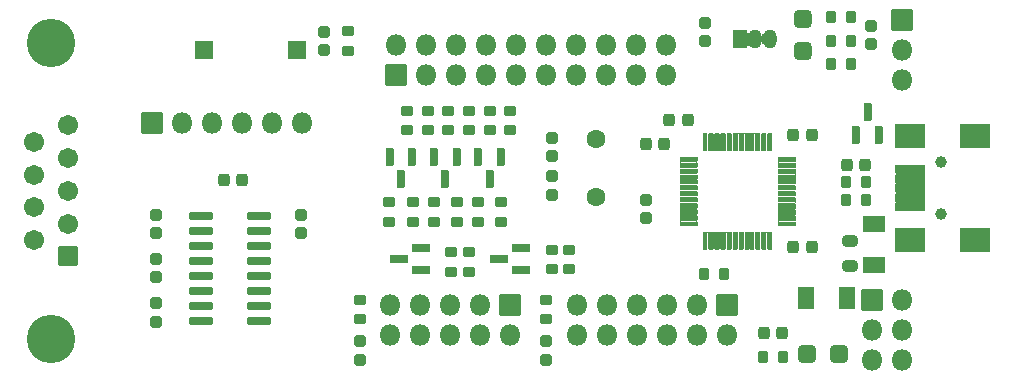
<source format=gbr>
G04 #@! TF.GenerationSoftware,KiCad,Pcbnew,6.99.0-unknown-1140fd0fb0~148~ubuntu20.04.1*
G04 #@! TF.CreationDate,2022-07-29T19:56:23-04:00*
G04 #@! TF.ProjectId,bug-o-matic,6275672d-6f2d-46d6-9174-69632e6b6963,rev?*
G04 #@! TF.SameCoordinates,Original*
G04 #@! TF.FileFunction,Soldermask,Top*
G04 #@! TF.FilePolarity,Negative*
%FSLAX46Y46*%
G04 Gerber Fmt 4.6, Leading zero omitted, Abs format (unit mm)*
G04 Created by KiCad (PCBNEW 6.99.0-unknown-1140fd0fb0~148~ubuntu20.04.1) date 2022-07-29 19:56:23*
%MOMM*%
%LPD*%
G01*
G04 APERTURE LIST*
G04 Aperture macros list*
%AMRoundRect*
0 Rectangle with rounded corners*
0 $1 Rounding radius*
0 $2 $3 $4 $5 $6 $7 $8 $9 X,Y pos of 4 corners*
0 Add a 4 corners polygon primitive as box body*
4,1,4,$2,$3,$4,$5,$6,$7,$8,$9,$2,$3,0*
0 Add four circle primitives for the rounded corners*
1,1,$1+$1,$2,$3*
1,1,$1+$1,$4,$5*
1,1,$1+$1,$6,$7*
1,1,$1+$1,$8,$9*
0 Add four rect primitives between the rounded corners*
20,1,$1+$1,$2,$3,$4,$5,0*
20,1,$1+$1,$4,$5,$6,$7,0*
20,1,$1+$1,$6,$7,$8,$9,0*
20,1,$1+$1,$8,$9,$2,$3,0*%
G04 Aperture macros list end*
%ADD10RoundRect,0.276000X-0.225000X-0.250000X0.225000X-0.250000X0.225000X0.250000X-0.225000X0.250000X0*%
%ADD11RoundRect,0.201000X0.587500X0.150000X-0.587500X0.150000X-0.587500X-0.150000X0.587500X-0.150000X0*%
%ADD12RoundRect,0.269750X-0.256250X0.218750X-0.256250X-0.218750X0.256250X-0.218750X0.256250X0.218750X0*%
%ADD13RoundRect,0.276000X0.250000X-0.225000X0.250000X0.225000X-0.250000X0.225000X-0.250000X-0.225000X0*%
%ADD14C,1.602000*%
%ADD15RoundRect,0.251000X-0.275000X0.200000X-0.275000X-0.200000X0.275000X-0.200000X0.275000X0.200000X0*%
%ADD16RoundRect,0.276000X-0.250000X0.225000X-0.250000X-0.225000X0.250000X-0.225000X0.250000X0.225000X0*%
%ADD17RoundRect,0.051000X0.850000X-0.850000X0.850000X0.850000X-0.850000X0.850000X-0.850000X-0.850000X0*%
%ADD18O,1.802000X1.802000*%
%ADD19RoundRect,0.051000X-0.650000X-0.850000X0.650000X-0.850000X0.650000X0.850000X-0.650000X0.850000X0*%
%ADD20RoundRect,0.251000X0.275000X-0.200000X0.275000X0.200000X-0.275000X0.200000X-0.275000X-0.200000X0*%
%ADD21RoundRect,0.201000X-0.825000X-0.150000X0.825000X-0.150000X0.825000X0.150000X-0.825000X0.150000X0*%
%ADD22RoundRect,0.051000X-0.525000X-0.750000X0.525000X-0.750000X0.525000X0.750000X-0.525000X0.750000X0*%
%ADD23O,1.152000X1.602000*%
%ADD24RoundRect,0.276000X0.225000X0.250000X-0.225000X0.250000X-0.225000X-0.250000X0.225000X-0.250000X0*%
%ADD25RoundRect,0.051000X-0.850000X-0.850000X0.850000X-0.850000X0.850000X0.850000X-0.850000X0.850000X0*%
%ADD26RoundRect,0.301000X0.425000X-0.450000X0.425000X0.450000X-0.425000X0.450000X-0.425000X-0.450000X0*%
%ADD27RoundRect,0.269750X0.381250X-0.218750X0.381250X0.218750X-0.381250X0.218750X-0.381250X-0.218750X0*%
%ADD28RoundRect,0.201000X-0.150000X0.587500X-0.150000X-0.587500X0.150000X-0.587500X0.150000X0.587500X0*%
%ADD29RoundRect,0.201000X0.150000X-0.587500X0.150000X0.587500X-0.150000X0.587500X-0.150000X-0.587500X0*%
%ADD30RoundRect,0.051000X0.850000X-0.650000X0.850000X0.650000X-0.850000X0.650000X-0.850000X-0.650000X0*%
%ADD31C,1.002000*%
%ADD32RoundRect,0.051000X1.250000X-0.250000X1.250000X0.250000X-1.250000X0.250000X-1.250000X-0.250000X0*%
%ADD33RoundRect,0.051000X1.250000X-1.000000X1.250000X1.000000X-1.250000X1.000000X-1.250000X-1.000000X0*%
%ADD34RoundRect,0.251000X0.200000X0.275000X-0.200000X0.275000X-0.200000X-0.275000X0.200000X-0.275000X0*%
%ADD35RoundRect,0.126000X-0.662500X-0.075000X0.662500X-0.075000X0.662500X0.075000X-0.662500X0.075000X0*%
%ADD36RoundRect,0.126000X-0.075000X-0.662500X0.075000X-0.662500X0.075000X0.662500X-0.075000X0.662500X0*%
%ADD37RoundRect,0.251000X-0.200000X-0.275000X0.200000X-0.275000X0.200000X0.275000X-0.200000X0.275000X0*%
%ADD38RoundRect,0.051000X-0.850000X0.850000X-0.850000X-0.850000X0.850000X-0.850000X0.850000X0.850000X0*%
%ADD39RoundRect,0.301000X0.450000X0.425000X-0.450000X0.425000X-0.450000X-0.425000X0.450000X-0.425000X0*%
%ADD40C,4.102000*%
%ADD41RoundRect,0.051000X-0.800000X0.800000X-0.800000X-0.800000X0.800000X-0.800000X0.800000X0.800000X0*%
%ADD42C,1.702000*%
%ADD43RoundRect,0.051000X0.750000X0.750000X-0.750000X0.750000X-0.750000X-0.750000X0.750000X-0.750000X0*%
G04 APERTURE END LIST*
D10*
X190475000Y-80000000D03*
X192025000Y-80000000D03*
X185975000Y-87000000D03*
X187525000Y-87000000D03*
D11*
X162937500Y-88950000D03*
X162937500Y-87050000D03*
X161062500Y-88000000D03*
D12*
X165000000Y-94962500D03*
X165000000Y-96537500D03*
D13*
X146250000Y-70275000D03*
X146250000Y-68725000D03*
D14*
X169250000Y-82700000D03*
X169250000Y-77820000D03*
D15*
X160250000Y-75425000D03*
X160250000Y-77075000D03*
D16*
X165500000Y-80975000D03*
X165500000Y-82525000D03*
D15*
X155000000Y-75425000D03*
X155000000Y-77075000D03*
D17*
X131650000Y-76500000D03*
D18*
X134189999Y-76499999D03*
X136729999Y-76499999D03*
X139269999Y-76499999D03*
X141809999Y-76499999D03*
X144349999Y-76499999D03*
D15*
X153250000Y-75425000D03*
X153250000Y-77075000D03*
D19*
X187000000Y-91250000D03*
X190500000Y-91250000D03*
D20*
X153750000Y-84825000D03*
X153750000Y-83175000D03*
D11*
X154437500Y-88950000D03*
X154437500Y-87050000D03*
X152562500Y-88000000D03*
D15*
X158500000Y-75425000D03*
X158500000Y-77075000D03*
D20*
X159250000Y-84825000D03*
X159250000Y-83175000D03*
D21*
X135775000Y-84305000D03*
X135775000Y-85575000D03*
X135775000Y-86845000D03*
X135775000Y-88115000D03*
X135775000Y-89385000D03*
X135775000Y-90655000D03*
X135775000Y-91925000D03*
X135775000Y-93195000D03*
X140725000Y-93195000D03*
X140725000Y-91925000D03*
X140725000Y-90655000D03*
X140725000Y-89385000D03*
X140725000Y-88115000D03*
X140725000Y-86845000D03*
X140725000Y-85575000D03*
X140725000Y-84305000D03*
D22*
X181480000Y-69360000D03*
D23*
X182749999Y-69359999D03*
X184019999Y-69359999D03*
D15*
X148250000Y-68675000D03*
X148250000Y-70325000D03*
D13*
X165500000Y-79275000D03*
X165500000Y-77725000D03*
D24*
X139275000Y-81250000D03*
X137725000Y-81250000D03*
X177025000Y-76250000D03*
X175475000Y-76250000D03*
D25*
X192600000Y-91475000D03*
D18*
X195139999Y-91474999D03*
X192599999Y-94014999D03*
X195139999Y-94014999D03*
X192599999Y-96554999D03*
X195139999Y-96554999D03*
D20*
X149250000Y-93075000D03*
X149250000Y-91425000D03*
D26*
X186750000Y-70350000D03*
X186750000Y-67650000D03*
D27*
X190750000Y-88562500D03*
X190750000Y-86437500D03*
D28*
X157450000Y-79312500D03*
X155550000Y-79312500D03*
X156500000Y-81187500D03*
D13*
X132000000Y-93275000D03*
X132000000Y-91725000D03*
D12*
X149250000Y-94962500D03*
X149250000Y-96537500D03*
D20*
X155500000Y-84825000D03*
X155500000Y-83175000D03*
D29*
X191300000Y-77437500D03*
X193200000Y-77437500D03*
X192250000Y-75562500D03*
D13*
X178500000Y-69525000D03*
X178500000Y-67975000D03*
D30*
X192750000Y-88500000D03*
X192750000Y-85000000D03*
D20*
X157000000Y-89075000D03*
X157000000Y-87425000D03*
X165000000Y-93075000D03*
X165000000Y-91425000D03*
D31*
X198475000Y-84200000D03*
X198475000Y-79800000D03*
D32*
X195875000Y-83600000D03*
X195875000Y-82800000D03*
X195875000Y-82000000D03*
X195875000Y-81200000D03*
D33*
X195875000Y-86400000D03*
X201375000Y-86400000D03*
D32*
X195875000Y-80400000D03*
D33*
X195875000Y-77600000D03*
X201375000Y-77600000D03*
D34*
X190825000Y-67500000D03*
X189175000Y-67500000D03*
D16*
X132000000Y-87975000D03*
X132000000Y-89525000D03*
X144250000Y-84225000D03*
X144250000Y-85775000D03*
D13*
X173500000Y-84525000D03*
X173500000Y-82975000D03*
D35*
X177087500Y-79500000D03*
X177087500Y-80000000D03*
X177087500Y-80500000D03*
X177087500Y-81000000D03*
X177087500Y-81500000D03*
X177087500Y-82000000D03*
X177087500Y-82500000D03*
X177087500Y-83000000D03*
X177087500Y-83500000D03*
X177087500Y-84000000D03*
X177087500Y-84500000D03*
X177087500Y-85000000D03*
D36*
X178500000Y-86412500D03*
X179000000Y-86412500D03*
X179500000Y-86412500D03*
X180000000Y-86412500D03*
X180500000Y-86412500D03*
X181000000Y-86412500D03*
X181500000Y-86412500D03*
X182000000Y-86412500D03*
X182500000Y-86412500D03*
X183000000Y-86412500D03*
X183500000Y-86412500D03*
X184000000Y-86412500D03*
D35*
X185412500Y-85000000D03*
X185412500Y-84500000D03*
X185412500Y-84000000D03*
X185412500Y-83500000D03*
X185412500Y-83000000D03*
X185412500Y-82500000D03*
X185412500Y-82000000D03*
X185412500Y-81500000D03*
X185412500Y-81000000D03*
X185412500Y-80500000D03*
X185412500Y-80000000D03*
X185412500Y-79500000D03*
D36*
X184000000Y-78087500D03*
X183500000Y-78087500D03*
X183000000Y-78087500D03*
X182500000Y-78087500D03*
X182000000Y-78087500D03*
X181500000Y-78087500D03*
X181000000Y-78087500D03*
X180500000Y-78087500D03*
X180000000Y-78087500D03*
X179500000Y-78087500D03*
X179000000Y-78087500D03*
X178500000Y-78087500D03*
D25*
X195125000Y-67725000D03*
D18*
X195124999Y-70264999D03*
X195124999Y-72804999D03*
D37*
X189175000Y-71500000D03*
X190825000Y-71500000D03*
X190425000Y-83000000D03*
X192075000Y-83000000D03*
D17*
X152325000Y-72400000D03*
D18*
X152324999Y-69859999D03*
X154864999Y-72399999D03*
X154864999Y-69859999D03*
X157404999Y-72399999D03*
X157404999Y-69859999D03*
X159944999Y-72399999D03*
X159944999Y-69859999D03*
X162484999Y-72399999D03*
X162484999Y-69859999D03*
X165024999Y-72399999D03*
X165024999Y-69859999D03*
X167564999Y-72399999D03*
X167564999Y-69859999D03*
X170104999Y-72399999D03*
X170104999Y-69859999D03*
X172644999Y-72399999D03*
X172644999Y-69859999D03*
X175184999Y-72399999D03*
X175184999Y-69859999D03*
X151839999Y-94389999D03*
X151839999Y-91849999D03*
X154379999Y-94389999D03*
X154379999Y-91849999D03*
X156919999Y-94389999D03*
X156919999Y-91849999D03*
X159459999Y-94389999D03*
X159459999Y-91849999D03*
X161999999Y-94389999D03*
D38*
X162000000Y-91850000D03*
D39*
X189850000Y-96000000D03*
X187150000Y-96000000D03*
D20*
X157500000Y-84825000D03*
X157500000Y-83175000D03*
D15*
X162000000Y-75425000D03*
X162000000Y-77075000D03*
D20*
X165500000Y-88825000D03*
X165500000Y-87175000D03*
X151750000Y-84825000D03*
X151750000Y-83175000D03*
D10*
X185975000Y-77500000D03*
X187525000Y-77500000D03*
D20*
X161250000Y-84825000D03*
X161250000Y-83175000D03*
D37*
X190425000Y-81500000D03*
X192075000Y-81500000D03*
D13*
X132000000Y-85775000D03*
X132000000Y-84225000D03*
D34*
X180075000Y-89250000D03*
X178425000Y-89250000D03*
X190825000Y-69500000D03*
X189175000Y-69500000D03*
D38*
X180350000Y-91850000D03*
D18*
X180349999Y-94389999D03*
X177809999Y-91849999D03*
X177809999Y-94389999D03*
X175269999Y-91849999D03*
X175269999Y-94389999D03*
X172729999Y-91849999D03*
X172729999Y-94389999D03*
X170189999Y-91849999D03*
X170189999Y-94389999D03*
X167649999Y-91849999D03*
X167649999Y-94389999D03*
D15*
X156750000Y-75425000D03*
X156750000Y-77075000D03*
D37*
X183425000Y-96250000D03*
X185075000Y-96250000D03*
D24*
X175025000Y-78250000D03*
X173475000Y-78250000D03*
D15*
X158500000Y-87425000D03*
X158500000Y-89075000D03*
D28*
X161200000Y-79312500D03*
X159300000Y-79312500D03*
X160250000Y-81187500D03*
D20*
X167000000Y-88825000D03*
X167000000Y-87175000D03*
D28*
X153700000Y-79312500D03*
X151800000Y-79312500D03*
X152750000Y-81187500D03*
D40*
X123110300Y-69710000D03*
X123110300Y-94710000D03*
D41*
X124530300Y-87750000D03*
D42*
X124530300Y-84980000D03*
X124530300Y-82210000D03*
X124530300Y-79440000D03*
X124530300Y-76670000D03*
X121690300Y-86365000D03*
X121690300Y-83595000D03*
X121690300Y-80825000D03*
X121690300Y-78055000D03*
D10*
X183475000Y-94250000D03*
X185025000Y-94250000D03*
D12*
X192500000Y-68212500D03*
X192500000Y-69787500D03*
D43*
X143900000Y-70250000D03*
X136100000Y-70250000D03*
G36*
X180168693Y-85664460D02*
G01*
X180181425Y-85672967D01*
X180247789Y-85693747D01*
X180318589Y-85672958D01*
X180331307Y-85664460D01*
X180333303Y-85664329D01*
X180334414Y-85665992D01*
X180334081Y-85667234D01*
X180310476Y-85702561D01*
X180301000Y-85750199D01*
X180301000Y-87074801D01*
X180310476Y-87122439D01*
X180334081Y-87157766D01*
X180334212Y-87159762D01*
X180332549Y-87160873D01*
X180331307Y-87160540D01*
X180318575Y-87152033D01*
X180252211Y-87131253D01*
X180181411Y-87152042D01*
X180168693Y-87160540D01*
X180166697Y-87160671D01*
X180165586Y-87159008D01*
X180165919Y-87157766D01*
X180189524Y-87122439D01*
X180199000Y-87074801D01*
X180199000Y-85750199D01*
X180189524Y-85702561D01*
X180165919Y-85667234D01*
X180165788Y-85665238D01*
X180167451Y-85664127D01*
X180168693Y-85664460D01*
G37*
G36*
X180668693Y-85664460D02*
G01*
X180681425Y-85672967D01*
X180747789Y-85693747D01*
X180818589Y-85672958D01*
X180831307Y-85664460D01*
X180833303Y-85664329D01*
X180834414Y-85665992D01*
X180834081Y-85667234D01*
X180810476Y-85702561D01*
X180801000Y-85750199D01*
X180801000Y-87074801D01*
X180810476Y-87122439D01*
X180834081Y-87157766D01*
X180834212Y-87159762D01*
X180832549Y-87160873D01*
X180831307Y-87160540D01*
X180818575Y-87152033D01*
X180752211Y-87131253D01*
X180681411Y-87152042D01*
X180668693Y-87160540D01*
X180666697Y-87160671D01*
X180665586Y-87159008D01*
X180665919Y-87157766D01*
X180689524Y-87122439D01*
X180699000Y-87074801D01*
X180699000Y-85750199D01*
X180689524Y-85702561D01*
X180665919Y-85667234D01*
X180665788Y-85665238D01*
X180667451Y-85664127D01*
X180668693Y-85664460D01*
G37*
G36*
X181168693Y-85664460D02*
G01*
X181181425Y-85672967D01*
X181247789Y-85693747D01*
X181318589Y-85672958D01*
X181331307Y-85664460D01*
X181333303Y-85664329D01*
X181334414Y-85665992D01*
X181334081Y-85667234D01*
X181310476Y-85702561D01*
X181301000Y-85750199D01*
X181301000Y-87074801D01*
X181310476Y-87122439D01*
X181334081Y-87157766D01*
X181334212Y-87159762D01*
X181332549Y-87160873D01*
X181331307Y-87160540D01*
X181318575Y-87152033D01*
X181252211Y-87131253D01*
X181181411Y-87152042D01*
X181168693Y-87160540D01*
X181166697Y-87160671D01*
X181165586Y-87159008D01*
X181165919Y-87157766D01*
X181189524Y-87122439D01*
X181199000Y-87074801D01*
X181199000Y-85750199D01*
X181189524Y-85702561D01*
X181165919Y-85667234D01*
X181165788Y-85665238D01*
X181167451Y-85664127D01*
X181168693Y-85664460D01*
G37*
G36*
X183668693Y-85664460D02*
G01*
X183681425Y-85672967D01*
X183747789Y-85693747D01*
X183818589Y-85672958D01*
X183831307Y-85664460D01*
X183833303Y-85664329D01*
X183834414Y-85665992D01*
X183834081Y-85667234D01*
X183810476Y-85702561D01*
X183801000Y-85750199D01*
X183801000Y-87074801D01*
X183810476Y-87122439D01*
X183834081Y-87157766D01*
X183834212Y-87159762D01*
X183832549Y-87160873D01*
X183831307Y-87160540D01*
X183818575Y-87152033D01*
X183752211Y-87131253D01*
X183681411Y-87152042D01*
X183668693Y-87160540D01*
X183666697Y-87160671D01*
X183665586Y-87159008D01*
X183665919Y-87157766D01*
X183689524Y-87122439D01*
X183699000Y-87074801D01*
X183699000Y-85750199D01*
X183689524Y-85702561D01*
X183665919Y-85667234D01*
X183665788Y-85665238D01*
X183667451Y-85664127D01*
X183668693Y-85664460D01*
G37*
G36*
X182668693Y-85664460D02*
G01*
X182681425Y-85672967D01*
X182747789Y-85693747D01*
X182818589Y-85672958D01*
X182831307Y-85664460D01*
X182833303Y-85664329D01*
X182834414Y-85665992D01*
X182834081Y-85667234D01*
X182810476Y-85702561D01*
X182801000Y-85750199D01*
X182801000Y-87074801D01*
X182810476Y-87122439D01*
X182834081Y-87157766D01*
X182834212Y-87159762D01*
X182832549Y-87160873D01*
X182831307Y-87160540D01*
X182818575Y-87152033D01*
X182752211Y-87131253D01*
X182681411Y-87152042D01*
X182668693Y-87160540D01*
X182666697Y-87160671D01*
X182665586Y-87159008D01*
X182665919Y-87157766D01*
X182689524Y-87122439D01*
X182699000Y-87074801D01*
X182699000Y-85750199D01*
X182689524Y-85702561D01*
X182665919Y-85667234D01*
X182665788Y-85665238D01*
X182667451Y-85664127D01*
X182668693Y-85664460D01*
G37*
G36*
X178668693Y-85664460D02*
G01*
X178681425Y-85672967D01*
X178747789Y-85693747D01*
X178818589Y-85672958D01*
X178831307Y-85664460D01*
X178833303Y-85664329D01*
X178834414Y-85665992D01*
X178834081Y-85667234D01*
X178810476Y-85702561D01*
X178801000Y-85750199D01*
X178801000Y-87074801D01*
X178810476Y-87122439D01*
X178834081Y-87157766D01*
X178834212Y-87159762D01*
X178832549Y-87160873D01*
X178831307Y-87160540D01*
X178818575Y-87152033D01*
X178752211Y-87131253D01*
X178681411Y-87152042D01*
X178668693Y-87160540D01*
X178666697Y-87160671D01*
X178665586Y-87159008D01*
X178665919Y-87157766D01*
X178689524Y-87122439D01*
X178699000Y-87074801D01*
X178699000Y-85750199D01*
X178689524Y-85702561D01*
X178665919Y-85667234D01*
X178665788Y-85665238D01*
X178667451Y-85664127D01*
X178668693Y-85664460D01*
G37*
G36*
X182168693Y-85664460D02*
G01*
X182181425Y-85672967D01*
X182247789Y-85693747D01*
X182318589Y-85672958D01*
X182331307Y-85664460D01*
X182333303Y-85664329D01*
X182334414Y-85665992D01*
X182334081Y-85667234D01*
X182310476Y-85702561D01*
X182301000Y-85750199D01*
X182301000Y-87074801D01*
X182310476Y-87122439D01*
X182334081Y-87157766D01*
X182334212Y-87159762D01*
X182332549Y-87160873D01*
X182331307Y-87160540D01*
X182318575Y-87152033D01*
X182252211Y-87131253D01*
X182181411Y-87152042D01*
X182168693Y-87160540D01*
X182166697Y-87160671D01*
X182165586Y-87159008D01*
X182165919Y-87157766D01*
X182189524Y-87122439D01*
X182199000Y-87074801D01*
X182199000Y-85750199D01*
X182189524Y-85702561D01*
X182165919Y-85667234D01*
X182165788Y-85665238D01*
X182167451Y-85664127D01*
X182168693Y-85664460D01*
G37*
G36*
X183168693Y-85664460D02*
G01*
X183181425Y-85672967D01*
X183247789Y-85693747D01*
X183318589Y-85672958D01*
X183331307Y-85664460D01*
X183333303Y-85664329D01*
X183334414Y-85665992D01*
X183334081Y-85667234D01*
X183310476Y-85702561D01*
X183301000Y-85750199D01*
X183301000Y-87074801D01*
X183310476Y-87122439D01*
X183334081Y-87157766D01*
X183334212Y-87159762D01*
X183332549Y-87160873D01*
X183331307Y-87160540D01*
X183318575Y-87152033D01*
X183252211Y-87131253D01*
X183181411Y-87152042D01*
X183168693Y-87160540D01*
X183166697Y-87160671D01*
X183165586Y-87159008D01*
X183165919Y-87157766D01*
X183189524Y-87122439D01*
X183199000Y-87074801D01*
X183199000Y-85750199D01*
X183189524Y-85702561D01*
X183165919Y-85667234D01*
X183165788Y-85665238D01*
X183167451Y-85664127D01*
X183168693Y-85664460D01*
G37*
G36*
X181668693Y-85664460D02*
G01*
X181681425Y-85672967D01*
X181747789Y-85693747D01*
X181818589Y-85672958D01*
X181831307Y-85664460D01*
X181833303Y-85664329D01*
X181834414Y-85665992D01*
X181834081Y-85667234D01*
X181810476Y-85702561D01*
X181801000Y-85750199D01*
X181801000Y-87074801D01*
X181810476Y-87122439D01*
X181834081Y-87157766D01*
X181834212Y-87159762D01*
X181832549Y-87160873D01*
X181831307Y-87160540D01*
X181818575Y-87152033D01*
X181752211Y-87131253D01*
X181681411Y-87152042D01*
X181668693Y-87160540D01*
X181666697Y-87160671D01*
X181665586Y-87159008D01*
X181665919Y-87157766D01*
X181689524Y-87122439D01*
X181699000Y-87074801D01*
X181699000Y-85750199D01*
X181689524Y-85702561D01*
X181665919Y-85667234D01*
X181665788Y-85665238D01*
X181667451Y-85664127D01*
X181668693Y-85664460D01*
G37*
G36*
X179168693Y-85664460D02*
G01*
X179181425Y-85672967D01*
X179247789Y-85693747D01*
X179318589Y-85672958D01*
X179331307Y-85664460D01*
X179333303Y-85664329D01*
X179334414Y-85665992D01*
X179334081Y-85667234D01*
X179310476Y-85702561D01*
X179301000Y-85750199D01*
X179301000Y-87074801D01*
X179310476Y-87122439D01*
X179334081Y-87157766D01*
X179334212Y-87159762D01*
X179332549Y-87160873D01*
X179331307Y-87160540D01*
X179318575Y-87152033D01*
X179252211Y-87131253D01*
X179181411Y-87152042D01*
X179168693Y-87160540D01*
X179166697Y-87160671D01*
X179165586Y-87159008D01*
X179165919Y-87157766D01*
X179189524Y-87122439D01*
X179199000Y-87074801D01*
X179199000Y-85750199D01*
X179189524Y-85702561D01*
X179165919Y-85667234D01*
X179165788Y-85665238D01*
X179167451Y-85664127D01*
X179168693Y-85664460D01*
G37*
G36*
X179668693Y-85664460D02*
G01*
X179681425Y-85672967D01*
X179747789Y-85693747D01*
X179818589Y-85672958D01*
X179831307Y-85664460D01*
X179833303Y-85664329D01*
X179834414Y-85665992D01*
X179834081Y-85667234D01*
X179810476Y-85702561D01*
X179801000Y-85750199D01*
X179801000Y-87074801D01*
X179810476Y-87122439D01*
X179834081Y-87157766D01*
X179834212Y-87159762D01*
X179832549Y-87160873D01*
X179831307Y-87160540D01*
X179818575Y-87152033D01*
X179752211Y-87131253D01*
X179681411Y-87152042D01*
X179668693Y-87160540D01*
X179666697Y-87160671D01*
X179665586Y-87159008D01*
X179665919Y-87157766D01*
X179689524Y-87122439D01*
X179699000Y-87074801D01*
X179699000Y-85750199D01*
X179689524Y-85702561D01*
X179665919Y-85667234D01*
X179665788Y-85665238D01*
X179667451Y-85664127D01*
X179668693Y-85664460D01*
G37*
G36*
X184667234Y-84665919D02*
G01*
X184702561Y-84689524D01*
X184750199Y-84699000D01*
X186074801Y-84699000D01*
X186122439Y-84689524D01*
X186157766Y-84665919D01*
X186159762Y-84665788D01*
X186160873Y-84667451D01*
X186160540Y-84668693D01*
X186152033Y-84681425D01*
X186131253Y-84747789D01*
X186152042Y-84818589D01*
X186160540Y-84831307D01*
X186160671Y-84833303D01*
X186159008Y-84834414D01*
X186157766Y-84834081D01*
X186122439Y-84810476D01*
X186074801Y-84801000D01*
X184750199Y-84801000D01*
X184702561Y-84810476D01*
X184667234Y-84834081D01*
X184665238Y-84834212D01*
X184664127Y-84832549D01*
X184664460Y-84831307D01*
X184672967Y-84818575D01*
X184693747Y-84752211D01*
X184672958Y-84681411D01*
X184664460Y-84668693D01*
X184664329Y-84666697D01*
X184665992Y-84665586D01*
X184667234Y-84665919D01*
G37*
G36*
X176342234Y-84665919D02*
G01*
X176377561Y-84689524D01*
X176425199Y-84699000D01*
X177749801Y-84699000D01*
X177797439Y-84689524D01*
X177832766Y-84665919D01*
X177834762Y-84665788D01*
X177835873Y-84667451D01*
X177835540Y-84668693D01*
X177827033Y-84681425D01*
X177806253Y-84747789D01*
X177827042Y-84818589D01*
X177835540Y-84831307D01*
X177835671Y-84833303D01*
X177834008Y-84834414D01*
X177832766Y-84834081D01*
X177797439Y-84810476D01*
X177749801Y-84801000D01*
X176425199Y-84801000D01*
X176377561Y-84810476D01*
X176342234Y-84834081D01*
X176340238Y-84834212D01*
X176339127Y-84832549D01*
X176339460Y-84831307D01*
X176347967Y-84818575D01*
X176368747Y-84752211D01*
X176347958Y-84681411D01*
X176339460Y-84668693D01*
X176339329Y-84666697D01*
X176340992Y-84665586D01*
X176342234Y-84665919D01*
G37*
G36*
X184667234Y-84165919D02*
G01*
X184702561Y-84189524D01*
X184750199Y-84199000D01*
X186074801Y-84199000D01*
X186122439Y-84189524D01*
X186157766Y-84165919D01*
X186159762Y-84165788D01*
X186160873Y-84167451D01*
X186160540Y-84168693D01*
X186152033Y-84181425D01*
X186131253Y-84247789D01*
X186152042Y-84318589D01*
X186160540Y-84331307D01*
X186160671Y-84333303D01*
X186159008Y-84334414D01*
X186157766Y-84334081D01*
X186122439Y-84310476D01*
X186074801Y-84301000D01*
X184750199Y-84301000D01*
X184702561Y-84310476D01*
X184667234Y-84334081D01*
X184665238Y-84334212D01*
X184664127Y-84332549D01*
X184664460Y-84331307D01*
X184672967Y-84318575D01*
X184693747Y-84252211D01*
X184672958Y-84181411D01*
X184664460Y-84168693D01*
X184664329Y-84166697D01*
X184665992Y-84165586D01*
X184667234Y-84165919D01*
G37*
G36*
X176342234Y-84165919D02*
G01*
X176377561Y-84189524D01*
X176425199Y-84199000D01*
X177749801Y-84199000D01*
X177797439Y-84189524D01*
X177832766Y-84165919D01*
X177834762Y-84165788D01*
X177835873Y-84167451D01*
X177835540Y-84168693D01*
X177827033Y-84181425D01*
X177806253Y-84247789D01*
X177827042Y-84318589D01*
X177835540Y-84331307D01*
X177835671Y-84333303D01*
X177834008Y-84334414D01*
X177832766Y-84334081D01*
X177797439Y-84310476D01*
X177749801Y-84301000D01*
X176425199Y-84301000D01*
X176377561Y-84310476D01*
X176342234Y-84334081D01*
X176340238Y-84334212D01*
X176339127Y-84332549D01*
X176339460Y-84331307D01*
X176347967Y-84318575D01*
X176368747Y-84252211D01*
X176347958Y-84181411D01*
X176339460Y-84168693D01*
X176339329Y-84166697D01*
X176340992Y-84165586D01*
X176342234Y-84165919D01*
G37*
G36*
X184667234Y-83665919D02*
G01*
X184702561Y-83689524D01*
X184750199Y-83699000D01*
X186074801Y-83699000D01*
X186122439Y-83689524D01*
X186157766Y-83665919D01*
X186159762Y-83665788D01*
X186160873Y-83667451D01*
X186160540Y-83668693D01*
X186152033Y-83681425D01*
X186131253Y-83747789D01*
X186152042Y-83818589D01*
X186160540Y-83831307D01*
X186160671Y-83833303D01*
X186159008Y-83834414D01*
X186157766Y-83834081D01*
X186122439Y-83810476D01*
X186074801Y-83801000D01*
X184750199Y-83801000D01*
X184702561Y-83810476D01*
X184667234Y-83834081D01*
X184665238Y-83834212D01*
X184664127Y-83832549D01*
X184664460Y-83831307D01*
X184672967Y-83818575D01*
X184693747Y-83752211D01*
X184672958Y-83681411D01*
X184664460Y-83668693D01*
X184664329Y-83666697D01*
X184665992Y-83665586D01*
X184667234Y-83665919D01*
G37*
G36*
X176342234Y-83665919D02*
G01*
X176377561Y-83689524D01*
X176425199Y-83699000D01*
X177749801Y-83699000D01*
X177797439Y-83689524D01*
X177832766Y-83665919D01*
X177834762Y-83665788D01*
X177835873Y-83667451D01*
X177835540Y-83668693D01*
X177827033Y-83681425D01*
X177806253Y-83747789D01*
X177827042Y-83818589D01*
X177835540Y-83831307D01*
X177835671Y-83833303D01*
X177834008Y-83834414D01*
X177832766Y-83834081D01*
X177797439Y-83810476D01*
X177749801Y-83801000D01*
X176425199Y-83801000D01*
X176377561Y-83810476D01*
X176342234Y-83834081D01*
X176340238Y-83834212D01*
X176339127Y-83832549D01*
X176339460Y-83831307D01*
X176347967Y-83818575D01*
X176368747Y-83752211D01*
X176347958Y-83681411D01*
X176339460Y-83668693D01*
X176339329Y-83666697D01*
X176340992Y-83665586D01*
X176342234Y-83665919D01*
G37*
G36*
X184667234Y-83165919D02*
G01*
X184702561Y-83189524D01*
X184750199Y-83199000D01*
X186074801Y-83199000D01*
X186122439Y-83189524D01*
X186157766Y-83165919D01*
X186159762Y-83165788D01*
X186160873Y-83167451D01*
X186160540Y-83168693D01*
X186152033Y-83181425D01*
X186131253Y-83247789D01*
X186152042Y-83318589D01*
X186160540Y-83331307D01*
X186160671Y-83333303D01*
X186159008Y-83334414D01*
X186157766Y-83334081D01*
X186122439Y-83310476D01*
X186074801Y-83301000D01*
X184750199Y-83301000D01*
X184702561Y-83310476D01*
X184667234Y-83334081D01*
X184665238Y-83334212D01*
X184664127Y-83332549D01*
X184664460Y-83331307D01*
X184672967Y-83318575D01*
X184693747Y-83252211D01*
X184672958Y-83181411D01*
X184664460Y-83168693D01*
X184664329Y-83166697D01*
X184665992Y-83165586D01*
X184667234Y-83165919D01*
G37*
G36*
X176342234Y-83165919D02*
G01*
X176377561Y-83189524D01*
X176425199Y-83199000D01*
X177749801Y-83199000D01*
X177797439Y-83189524D01*
X177832766Y-83165919D01*
X177834762Y-83165788D01*
X177835873Y-83167451D01*
X177835540Y-83168693D01*
X177827033Y-83181425D01*
X177806253Y-83247789D01*
X177827042Y-83318589D01*
X177835540Y-83331307D01*
X177835671Y-83333303D01*
X177834008Y-83334414D01*
X177832766Y-83334081D01*
X177797439Y-83310476D01*
X177749801Y-83301000D01*
X176425199Y-83301000D01*
X176377561Y-83310476D01*
X176342234Y-83334081D01*
X176340238Y-83334212D01*
X176339127Y-83332549D01*
X176339460Y-83331307D01*
X176347967Y-83318575D01*
X176368747Y-83252211D01*
X176347958Y-83181411D01*
X176339460Y-83168693D01*
X176339329Y-83166697D01*
X176340992Y-83165586D01*
X176342234Y-83165919D01*
G37*
G36*
X197141668Y-83096665D02*
G01*
X197142058Y-83098627D01*
X197141699Y-83099267D01*
X197098511Y-83150946D01*
X197089880Y-83219661D01*
X197119844Y-83282291D01*
X197140682Y-83300348D01*
X197141336Y-83302238D01*
X197140026Y-83303749D01*
X197138982Y-83303821D01*
X197124801Y-83301000D01*
X194625199Y-83301000D01*
X194610226Y-83303978D01*
X194608332Y-83303335D01*
X194607942Y-83301373D01*
X194608301Y-83300733D01*
X194651489Y-83249054D01*
X194660120Y-83180339D01*
X194630156Y-83117709D01*
X194609318Y-83099652D01*
X194608664Y-83097762D01*
X194609974Y-83096251D01*
X194611018Y-83096179D01*
X194625199Y-83099000D01*
X197124801Y-83099000D01*
X197139774Y-83096022D01*
X197141668Y-83096665D01*
G37*
G36*
X184667234Y-82665919D02*
G01*
X184702561Y-82689524D01*
X184750199Y-82699000D01*
X186074801Y-82699000D01*
X186122439Y-82689524D01*
X186157766Y-82665919D01*
X186159762Y-82665788D01*
X186160873Y-82667451D01*
X186160540Y-82668693D01*
X186152033Y-82681425D01*
X186131253Y-82747789D01*
X186152042Y-82818589D01*
X186160540Y-82831307D01*
X186160671Y-82833303D01*
X186159008Y-82834414D01*
X186157766Y-82834081D01*
X186122439Y-82810476D01*
X186074801Y-82801000D01*
X184750199Y-82801000D01*
X184702561Y-82810476D01*
X184667234Y-82834081D01*
X184665238Y-82834212D01*
X184664127Y-82832549D01*
X184664460Y-82831307D01*
X184672967Y-82818575D01*
X184693747Y-82752211D01*
X184672958Y-82681411D01*
X184664460Y-82668693D01*
X184664329Y-82666697D01*
X184665992Y-82665586D01*
X184667234Y-82665919D01*
G37*
G36*
X176342234Y-82665919D02*
G01*
X176377561Y-82689524D01*
X176425199Y-82699000D01*
X177749801Y-82699000D01*
X177797439Y-82689524D01*
X177832766Y-82665919D01*
X177834762Y-82665788D01*
X177835873Y-82667451D01*
X177835540Y-82668693D01*
X177827033Y-82681425D01*
X177806253Y-82747789D01*
X177827042Y-82818589D01*
X177835540Y-82831307D01*
X177835671Y-82833303D01*
X177834008Y-82834414D01*
X177832766Y-82834081D01*
X177797439Y-82810476D01*
X177749801Y-82801000D01*
X176425199Y-82801000D01*
X176377561Y-82810476D01*
X176342234Y-82834081D01*
X176340238Y-82834212D01*
X176339127Y-82832549D01*
X176339460Y-82831307D01*
X176347967Y-82818575D01*
X176368747Y-82752211D01*
X176347958Y-82681411D01*
X176339460Y-82668693D01*
X176339329Y-82666697D01*
X176340992Y-82665586D01*
X176342234Y-82665919D01*
G37*
G36*
X197141668Y-82296665D02*
G01*
X197142058Y-82298627D01*
X197141699Y-82299267D01*
X197098511Y-82350946D01*
X197089880Y-82419661D01*
X197119844Y-82482291D01*
X197140682Y-82500348D01*
X197141336Y-82502238D01*
X197140026Y-82503749D01*
X197138982Y-82503821D01*
X197124801Y-82501000D01*
X194625199Y-82501000D01*
X194610226Y-82503978D01*
X194608332Y-82503335D01*
X194607942Y-82501373D01*
X194608301Y-82500733D01*
X194651489Y-82449054D01*
X194660120Y-82380339D01*
X194630156Y-82317709D01*
X194609318Y-82299652D01*
X194608664Y-82297762D01*
X194609974Y-82296251D01*
X194611018Y-82296179D01*
X194625199Y-82299000D01*
X197124801Y-82299000D01*
X197139774Y-82296022D01*
X197141668Y-82296665D01*
G37*
G36*
X184667234Y-82165919D02*
G01*
X184702561Y-82189524D01*
X184750199Y-82199000D01*
X186074801Y-82199000D01*
X186122439Y-82189524D01*
X186157766Y-82165919D01*
X186159762Y-82165788D01*
X186160873Y-82167451D01*
X186160540Y-82168693D01*
X186152033Y-82181425D01*
X186131253Y-82247789D01*
X186152042Y-82318589D01*
X186160540Y-82331307D01*
X186160671Y-82333303D01*
X186159008Y-82334414D01*
X186157766Y-82334081D01*
X186122439Y-82310476D01*
X186074801Y-82301000D01*
X184750199Y-82301000D01*
X184702561Y-82310476D01*
X184667234Y-82334081D01*
X184665238Y-82334212D01*
X184664127Y-82332549D01*
X184664460Y-82331307D01*
X184672967Y-82318575D01*
X184693747Y-82252211D01*
X184672958Y-82181411D01*
X184664460Y-82168693D01*
X184664329Y-82166697D01*
X184665992Y-82165586D01*
X184667234Y-82165919D01*
G37*
G36*
X176342234Y-82165919D02*
G01*
X176377561Y-82189524D01*
X176425199Y-82199000D01*
X177749801Y-82199000D01*
X177797439Y-82189524D01*
X177832766Y-82165919D01*
X177834762Y-82165788D01*
X177835873Y-82167451D01*
X177835540Y-82168693D01*
X177827033Y-82181425D01*
X177806253Y-82247789D01*
X177827042Y-82318589D01*
X177835540Y-82331307D01*
X177835671Y-82333303D01*
X177834008Y-82334414D01*
X177832766Y-82334081D01*
X177797439Y-82310476D01*
X177749801Y-82301000D01*
X176425199Y-82301000D01*
X176377561Y-82310476D01*
X176342234Y-82334081D01*
X176340238Y-82334212D01*
X176339127Y-82332549D01*
X176339460Y-82331307D01*
X176347967Y-82318575D01*
X176368747Y-82252211D01*
X176347958Y-82181411D01*
X176339460Y-82168693D01*
X176339329Y-82166697D01*
X176340992Y-82165586D01*
X176342234Y-82165919D01*
G37*
G36*
X184667234Y-81665919D02*
G01*
X184702561Y-81689524D01*
X184750199Y-81699000D01*
X186074801Y-81699000D01*
X186122439Y-81689524D01*
X186157766Y-81665919D01*
X186159762Y-81665788D01*
X186160873Y-81667451D01*
X186160540Y-81668693D01*
X186152033Y-81681425D01*
X186131253Y-81747789D01*
X186152042Y-81818589D01*
X186160540Y-81831307D01*
X186160671Y-81833303D01*
X186159008Y-81834414D01*
X186157766Y-81834081D01*
X186122439Y-81810476D01*
X186074801Y-81801000D01*
X184750199Y-81801000D01*
X184702561Y-81810476D01*
X184667234Y-81834081D01*
X184665238Y-81834212D01*
X184664127Y-81832549D01*
X184664460Y-81831307D01*
X184672967Y-81818575D01*
X184693747Y-81752211D01*
X184672958Y-81681411D01*
X184664460Y-81668693D01*
X184664329Y-81666697D01*
X184665992Y-81665586D01*
X184667234Y-81665919D01*
G37*
G36*
X176342234Y-81665919D02*
G01*
X176377561Y-81689524D01*
X176425199Y-81699000D01*
X177749801Y-81699000D01*
X177797439Y-81689524D01*
X177832766Y-81665919D01*
X177834762Y-81665788D01*
X177835873Y-81667451D01*
X177835540Y-81668693D01*
X177827033Y-81681425D01*
X177806253Y-81747789D01*
X177827042Y-81818589D01*
X177835540Y-81831307D01*
X177835671Y-81833303D01*
X177834008Y-81834414D01*
X177832766Y-81834081D01*
X177797439Y-81810476D01*
X177749801Y-81801000D01*
X176425199Y-81801000D01*
X176377561Y-81810476D01*
X176342234Y-81834081D01*
X176340238Y-81834212D01*
X176339127Y-81832549D01*
X176339460Y-81831307D01*
X176347967Y-81818575D01*
X176368747Y-81752211D01*
X176347958Y-81681411D01*
X176339460Y-81668693D01*
X176339329Y-81666697D01*
X176340992Y-81665586D01*
X176342234Y-81665919D01*
G37*
G36*
X197141668Y-81496665D02*
G01*
X197142058Y-81498627D01*
X197141699Y-81499267D01*
X197098511Y-81550946D01*
X197089880Y-81619661D01*
X197119844Y-81682291D01*
X197140682Y-81700348D01*
X197141336Y-81702238D01*
X197140026Y-81703749D01*
X197138982Y-81703821D01*
X197124801Y-81701000D01*
X194625199Y-81701000D01*
X194610226Y-81703978D01*
X194608332Y-81703335D01*
X194607942Y-81701373D01*
X194608301Y-81700733D01*
X194651489Y-81649054D01*
X194660120Y-81580339D01*
X194630156Y-81517709D01*
X194609318Y-81499652D01*
X194608664Y-81497762D01*
X194609974Y-81496251D01*
X194611018Y-81496179D01*
X194625199Y-81499000D01*
X197124801Y-81499000D01*
X197139774Y-81496022D01*
X197141668Y-81496665D01*
G37*
G36*
X176342234Y-81165919D02*
G01*
X176377561Y-81189524D01*
X176425199Y-81199000D01*
X177749801Y-81199000D01*
X177797439Y-81189524D01*
X177832766Y-81165919D01*
X177834762Y-81165788D01*
X177835873Y-81167451D01*
X177835540Y-81168693D01*
X177827033Y-81181425D01*
X177806253Y-81247789D01*
X177827042Y-81318589D01*
X177835540Y-81331307D01*
X177835671Y-81333303D01*
X177834008Y-81334414D01*
X177832766Y-81334081D01*
X177797439Y-81310476D01*
X177749801Y-81301000D01*
X176425199Y-81301000D01*
X176377561Y-81310476D01*
X176342234Y-81334081D01*
X176340238Y-81334212D01*
X176339127Y-81332549D01*
X176339460Y-81331307D01*
X176347967Y-81318575D01*
X176368747Y-81252211D01*
X176347958Y-81181411D01*
X176339460Y-81168693D01*
X176339329Y-81166697D01*
X176340992Y-81165586D01*
X176342234Y-81165919D01*
G37*
G36*
X184667234Y-81165919D02*
G01*
X184702561Y-81189524D01*
X184750199Y-81199000D01*
X186074801Y-81199000D01*
X186122439Y-81189524D01*
X186157766Y-81165919D01*
X186159762Y-81165788D01*
X186160873Y-81167451D01*
X186160540Y-81168693D01*
X186152033Y-81181425D01*
X186131253Y-81247789D01*
X186152042Y-81318589D01*
X186160540Y-81331307D01*
X186160671Y-81333303D01*
X186159008Y-81334414D01*
X186157766Y-81334081D01*
X186122439Y-81310476D01*
X186074801Y-81301000D01*
X184750199Y-81301000D01*
X184702561Y-81310476D01*
X184667234Y-81334081D01*
X184665238Y-81334212D01*
X184664127Y-81332549D01*
X184664460Y-81331307D01*
X184672967Y-81318575D01*
X184693747Y-81252211D01*
X184672958Y-81181411D01*
X184664460Y-81168693D01*
X184664329Y-81166697D01*
X184665992Y-81165586D01*
X184667234Y-81165919D01*
G37*
G36*
X197141668Y-80696665D02*
G01*
X197142058Y-80698627D01*
X197141699Y-80699267D01*
X197098511Y-80750946D01*
X197089880Y-80819661D01*
X197119844Y-80882291D01*
X197140682Y-80900348D01*
X197141336Y-80902238D01*
X197140026Y-80903749D01*
X197138982Y-80903821D01*
X197124801Y-80901000D01*
X194625199Y-80901000D01*
X194610226Y-80903978D01*
X194608332Y-80903335D01*
X194607942Y-80901373D01*
X194608301Y-80900733D01*
X194651489Y-80849054D01*
X194660120Y-80780339D01*
X194630156Y-80717709D01*
X194609318Y-80699652D01*
X194608664Y-80697762D01*
X194609974Y-80696251D01*
X194611018Y-80696179D01*
X194625199Y-80699000D01*
X197124801Y-80699000D01*
X197139774Y-80696022D01*
X197141668Y-80696665D01*
G37*
G36*
X184667234Y-80665919D02*
G01*
X184702561Y-80689524D01*
X184750199Y-80699000D01*
X186074801Y-80699000D01*
X186122439Y-80689524D01*
X186157766Y-80665919D01*
X186159762Y-80665788D01*
X186160873Y-80667451D01*
X186160540Y-80668693D01*
X186152033Y-80681425D01*
X186131253Y-80747789D01*
X186152042Y-80818589D01*
X186160540Y-80831307D01*
X186160671Y-80833303D01*
X186159008Y-80834414D01*
X186157766Y-80834081D01*
X186122439Y-80810476D01*
X186074801Y-80801000D01*
X184750199Y-80801000D01*
X184702561Y-80810476D01*
X184667234Y-80834081D01*
X184665238Y-80834212D01*
X184664127Y-80832549D01*
X184664460Y-80831307D01*
X184672967Y-80818575D01*
X184693747Y-80752211D01*
X184672958Y-80681411D01*
X184664460Y-80668693D01*
X184664329Y-80666697D01*
X184665992Y-80665586D01*
X184667234Y-80665919D01*
G37*
G36*
X176342234Y-80665919D02*
G01*
X176377561Y-80689524D01*
X176425199Y-80699000D01*
X177749801Y-80699000D01*
X177797439Y-80689524D01*
X177832766Y-80665919D01*
X177834762Y-80665788D01*
X177835873Y-80667451D01*
X177835540Y-80668693D01*
X177827033Y-80681425D01*
X177806253Y-80747789D01*
X177827042Y-80818589D01*
X177835540Y-80831307D01*
X177835671Y-80833303D01*
X177834008Y-80834414D01*
X177832766Y-80834081D01*
X177797439Y-80810476D01*
X177749801Y-80801000D01*
X176425199Y-80801000D01*
X176377561Y-80810476D01*
X176342234Y-80834081D01*
X176340238Y-80834212D01*
X176339127Y-80832549D01*
X176339460Y-80831307D01*
X176347967Y-80818575D01*
X176368747Y-80752211D01*
X176347958Y-80681411D01*
X176339460Y-80668693D01*
X176339329Y-80666697D01*
X176340992Y-80665586D01*
X176342234Y-80665919D01*
G37*
G36*
X184667234Y-80165919D02*
G01*
X184702561Y-80189524D01*
X184750199Y-80199000D01*
X186074801Y-80199000D01*
X186122439Y-80189524D01*
X186157766Y-80165919D01*
X186159762Y-80165788D01*
X186160873Y-80167451D01*
X186160540Y-80168693D01*
X186152033Y-80181425D01*
X186131253Y-80247789D01*
X186152042Y-80318589D01*
X186160540Y-80331307D01*
X186160671Y-80333303D01*
X186159008Y-80334414D01*
X186157766Y-80334081D01*
X186122439Y-80310476D01*
X186074801Y-80301000D01*
X184750199Y-80301000D01*
X184702561Y-80310476D01*
X184667234Y-80334081D01*
X184665238Y-80334212D01*
X184664127Y-80332549D01*
X184664460Y-80331307D01*
X184672967Y-80318575D01*
X184693747Y-80252211D01*
X184672958Y-80181411D01*
X184664460Y-80168693D01*
X184664329Y-80166697D01*
X184665992Y-80165586D01*
X184667234Y-80165919D01*
G37*
G36*
X176342234Y-80165919D02*
G01*
X176377561Y-80189524D01*
X176425199Y-80199000D01*
X177749801Y-80199000D01*
X177797439Y-80189524D01*
X177832766Y-80165919D01*
X177834762Y-80165788D01*
X177835873Y-80167451D01*
X177835540Y-80168693D01*
X177827033Y-80181425D01*
X177806253Y-80247789D01*
X177827042Y-80318589D01*
X177835540Y-80331307D01*
X177835671Y-80333303D01*
X177834008Y-80334414D01*
X177832766Y-80334081D01*
X177797439Y-80310476D01*
X177749801Y-80301000D01*
X176425199Y-80301000D01*
X176377561Y-80310476D01*
X176342234Y-80334081D01*
X176340238Y-80334212D01*
X176339127Y-80332549D01*
X176339460Y-80331307D01*
X176347967Y-80318575D01*
X176368747Y-80252211D01*
X176347958Y-80181411D01*
X176339460Y-80168693D01*
X176339329Y-80166697D01*
X176340992Y-80165586D01*
X176342234Y-80165919D01*
G37*
G36*
X176342234Y-79665919D02*
G01*
X176377561Y-79689524D01*
X176425199Y-79699000D01*
X177749801Y-79699000D01*
X177797439Y-79689524D01*
X177832766Y-79665919D01*
X177834762Y-79665788D01*
X177835873Y-79667451D01*
X177835540Y-79668693D01*
X177827033Y-79681425D01*
X177806253Y-79747789D01*
X177827042Y-79818589D01*
X177835540Y-79831307D01*
X177835671Y-79833303D01*
X177834008Y-79834414D01*
X177832766Y-79834081D01*
X177797439Y-79810476D01*
X177749801Y-79801000D01*
X176425199Y-79801000D01*
X176377561Y-79810476D01*
X176342234Y-79834081D01*
X176340238Y-79834212D01*
X176339127Y-79832549D01*
X176339460Y-79831307D01*
X176347967Y-79818575D01*
X176368747Y-79752211D01*
X176347958Y-79681411D01*
X176339460Y-79668693D01*
X176339329Y-79666697D01*
X176340992Y-79665586D01*
X176342234Y-79665919D01*
G37*
G36*
X184667234Y-79665919D02*
G01*
X184702561Y-79689524D01*
X184750199Y-79699000D01*
X186074801Y-79699000D01*
X186122439Y-79689524D01*
X186157766Y-79665919D01*
X186159762Y-79665788D01*
X186160873Y-79667451D01*
X186160540Y-79668693D01*
X186152033Y-79681425D01*
X186131253Y-79747789D01*
X186152042Y-79818589D01*
X186160540Y-79831307D01*
X186160671Y-79833303D01*
X186159008Y-79834414D01*
X186157766Y-79834081D01*
X186122439Y-79810476D01*
X186074801Y-79801000D01*
X184750199Y-79801000D01*
X184702561Y-79810476D01*
X184667234Y-79834081D01*
X184665238Y-79834212D01*
X184664127Y-79832549D01*
X184664460Y-79831307D01*
X184672967Y-79818575D01*
X184693747Y-79752211D01*
X184672958Y-79681411D01*
X184664460Y-79668693D01*
X184664329Y-79666697D01*
X184665992Y-79665586D01*
X184667234Y-79665919D01*
G37*
G36*
X180668693Y-77339460D02*
G01*
X180681425Y-77347967D01*
X180747789Y-77368747D01*
X180818589Y-77347958D01*
X180831307Y-77339460D01*
X180833303Y-77339329D01*
X180834414Y-77340992D01*
X180834081Y-77342234D01*
X180810476Y-77377561D01*
X180801000Y-77425199D01*
X180801000Y-78749801D01*
X180810476Y-78797439D01*
X180834081Y-78832766D01*
X180834212Y-78834762D01*
X180832549Y-78835873D01*
X180831307Y-78835540D01*
X180818575Y-78827033D01*
X180752211Y-78806253D01*
X180681411Y-78827042D01*
X180668693Y-78835540D01*
X180666697Y-78835671D01*
X180665586Y-78834008D01*
X180665919Y-78832766D01*
X180689524Y-78797439D01*
X180699000Y-78749801D01*
X180699000Y-77425199D01*
X180689524Y-77377561D01*
X180665919Y-77342234D01*
X180665788Y-77340238D01*
X180667451Y-77339127D01*
X180668693Y-77339460D01*
G37*
G36*
X181668693Y-77339460D02*
G01*
X181681425Y-77347967D01*
X181747789Y-77368747D01*
X181818589Y-77347958D01*
X181831307Y-77339460D01*
X181833303Y-77339329D01*
X181834414Y-77340992D01*
X181834081Y-77342234D01*
X181810476Y-77377561D01*
X181801000Y-77425199D01*
X181801000Y-78749801D01*
X181810476Y-78797439D01*
X181834081Y-78832766D01*
X181834212Y-78834762D01*
X181832549Y-78835873D01*
X181831307Y-78835540D01*
X181818575Y-78827033D01*
X181752211Y-78806253D01*
X181681411Y-78827042D01*
X181668693Y-78835540D01*
X181666697Y-78835671D01*
X181665586Y-78834008D01*
X181665919Y-78832766D01*
X181689524Y-78797439D01*
X181699000Y-78749801D01*
X181699000Y-77425199D01*
X181689524Y-77377561D01*
X181665919Y-77342234D01*
X181665788Y-77340238D01*
X181667451Y-77339127D01*
X181668693Y-77339460D01*
G37*
G36*
X181168693Y-77339460D02*
G01*
X181181425Y-77347967D01*
X181247789Y-77368747D01*
X181318589Y-77347958D01*
X181331307Y-77339460D01*
X181333303Y-77339329D01*
X181334414Y-77340992D01*
X181334081Y-77342234D01*
X181310476Y-77377561D01*
X181301000Y-77425199D01*
X181301000Y-78749801D01*
X181310476Y-78797439D01*
X181334081Y-78832766D01*
X181334212Y-78834762D01*
X181332549Y-78835873D01*
X181331307Y-78835540D01*
X181318575Y-78827033D01*
X181252211Y-78806253D01*
X181181411Y-78827042D01*
X181168693Y-78835540D01*
X181166697Y-78835671D01*
X181165586Y-78834008D01*
X181165919Y-78832766D01*
X181189524Y-78797439D01*
X181199000Y-78749801D01*
X181199000Y-77425199D01*
X181189524Y-77377561D01*
X181165919Y-77342234D01*
X181165788Y-77340238D01*
X181167451Y-77339127D01*
X181168693Y-77339460D01*
G37*
G36*
X182168693Y-77339460D02*
G01*
X182181425Y-77347967D01*
X182247789Y-77368747D01*
X182318589Y-77347958D01*
X182331307Y-77339460D01*
X182333303Y-77339329D01*
X182334414Y-77340992D01*
X182334081Y-77342234D01*
X182310476Y-77377561D01*
X182301000Y-77425199D01*
X182301000Y-78749801D01*
X182310476Y-78797439D01*
X182334081Y-78832766D01*
X182334212Y-78834762D01*
X182332549Y-78835873D01*
X182331307Y-78835540D01*
X182318575Y-78827033D01*
X182252211Y-78806253D01*
X182181411Y-78827042D01*
X182168693Y-78835540D01*
X182166697Y-78835671D01*
X182165586Y-78834008D01*
X182165919Y-78832766D01*
X182189524Y-78797439D01*
X182199000Y-78749801D01*
X182199000Y-77425199D01*
X182189524Y-77377561D01*
X182165919Y-77342234D01*
X182165788Y-77340238D01*
X182167451Y-77339127D01*
X182168693Y-77339460D01*
G37*
G36*
X180168693Y-77339460D02*
G01*
X180181425Y-77347967D01*
X180247789Y-77368747D01*
X180318589Y-77347958D01*
X180331307Y-77339460D01*
X180333303Y-77339329D01*
X180334414Y-77340992D01*
X180334081Y-77342234D01*
X180310476Y-77377561D01*
X180301000Y-77425199D01*
X180301000Y-78749801D01*
X180310476Y-78797439D01*
X180334081Y-78832766D01*
X180334212Y-78834762D01*
X180332549Y-78835873D01*
X180331307Y-78835540D01*
X180318575Y-78827033D01*
X180252211Y-78806253D01*
X180181411Y-78827042D01*
X180168693Y-78835540D01*
X180166697Y-78835671D01*
X180165586Y-78834008D01*
X180165919Y-78832766D01*
X180189524Y-78797439D01*
X180199000Y-78749801D01*
X180199000Y-77425199D01*
X180189524Y-77377561D01*
X180165919Y-77342234D01*
X180165788Y-77340238D01*
X180167451Y-77339127D01*
X180168693Y-77339460D01*
G37*
G36*
X182668693Y-77339460D02*
G01*
X182681425Y-77347967D01*
X182747789Y-77368747D01*
X182818589Y-77347958D01*
X182831307Y-77339460D01*
X182833303Y-77339329D01*
X182834414Y-77340992D01*
X182834081Y-77342234D01*
X182810476Y-77377561D01*
X182801000Y-77425199D01*
X182801000Y-78749801D01*
X182810476Y-78797439D01*
X182834081Y-78832766D01*
X182834212Y-78834762D01*
X182832549Y-78835873D01*
X182831307Y-78835540D01*
X182818575Y-78827033D01*
X182752211Y-78806253D01*
X182681411Y-78827042D01*
X182668693Y-78835540D01*
X182666697Y-78835671D01*
X182665586Y-78834008D01*
X182665919Y-78832766D01*
X182689524Y-78797439D01*
X182699000Y-78749801D01*
X182699000Y-77425199D01*
X182689524Y-77377561D01*
X182665919Y-77342234D01*
X182665788Y-77340238D01*
X182667451Y-77339127D01*
X182668693Y-77339460D01*
G37*
G36*
X183668693Y-77339460D02*
G01*
X183681425Y-77347967D01*
X183747789Y-77368747D01*
X183818589Y-77347958D01*
X183831307Y-77339460D01*
X183833303Y-77339329D01*
X183834414Y-77340992D01*
X183834081Y-77342234D01*
X183810476Y-77377561D01*
X183801000Y-77425199D01*
X183801000Y-78749801D01*
X183810476Y-78797439D01*
X183834081Y-78832766D01*
X183834212Y-78834762D01*
X183832549Y-78835873D01*
X183831307Y-78835540D01*
X183818575Y-78827033D01*
X183752211Y-78806253D01*
X183681411Y-78827042D01*
X183668693Y-78835540D01*
X183666697Y-78835671D01*
X183665586Y-78834008D01*
X183665919Y-78832766D01*
X183689524Y-78797439D01*
X183699000Y-78749801D01*
X183699000Y-77425199D01*
X183689524Y-77377561D01*
X183665919Y-77342234D01*
X183665788Y-77340238D01*
X183667451Y-77339127D01*
X183668693Y-77339460D01*
G37*
G36*
X179668693Y-77339460D02*
G01*
X179681425Y-77347967D01*
X179747789Y-77368747D01*
X179818589Y-77347958D01*
X179831307Y-77339460D01*
X179833303Y-77339329D01*
X179834414Y-77340992D01*
X179834081Y-77342234D01*
X179810476Y-77377561D01*
X179801000Y-77425199D01*
X179801000Y-78749801D01*
X179810476Y-78797439D01*
X179834081Y-78832766D01*
X179834212Y-78834762D01*
X179832549Y-78835873D01*
X179831307Y-78835540D01*
X179818575Y-78827033D01*
X179752211Y-78806253D01*
X179681411Y-78827042D01*
X179668693Y-78835540D01*
X179666697Y-78835671D01*
X179665586Y-78834008D01*
X179665919Y-78832766D01*
X179689524Y-78797439D01*
X179699000Y-78749801D01*
X179699000Y-77425199D01*
X179689524Y-77377561D01*
X179665919Y-77342234D01*
X179665788Y-77340238D01*
X179667451Y-77339127D01*
X179668693Y-77339460D01*
G37*
G36*
X179168693Y-77339460D02*
G01*
X179181425Y-77347967D01*
X179247789Y-77368747D01*
X179318589Y-77347958D01*
X179331307Y-77339460D01*
X179333303Y-77339329D01*
X179334414Y-77340992D01*
X179334081Y-77342234D01*
X179310476Y-77377561D01*
X179301000Y-77425199D01*
X179301000Y-78749801D01*
X179310476Y-78797439D01*
X179334081Y-78832766D01*
X179334212Y-78834762D01*
X179332549Y-78835873D01*
X179331307Y-78835540D01*
X179318575Y-78827033D01*
X179252211Y-78806253D01*
X179181411Y-78827042D01*
X179168693Y-78835540D01*
X179166697Y-78835671D01*
X179165586Y-78834008D01*
X179165919Y-78832766D01*
X179189524Y-78797439D01*
X179199000Y-78749801D01*
X179199000Y-77425199D01*
X179189524Y-77377561D01*
X179165919Y-77342234D01*
X179165788Y-77340238D01*
X179167451Y-77339127D01*
X179168693Y-77339460D01*
G37*
G36*
X178668693Y-77339460D02*
G01*
X178681425Y-77347967D01*
X178747789Y-77368747D01*
X178818589Y-77347958D01*
X178831307Y-77339460D01*
X178833303Y-77339329D01*
X178834414Y-77340992D01*
X178834081Y-77342234D01*
X178810476Y-77377561D01*
X178801000Y-77425199D01*
X178801000Y-78749801D01*
X178810476Y-78797439D01*
X178834081Y-78832766D01*
X178834212Y-78834762D01*
X178832549Y-78835873D01*
X178831307Y-78835540D01*
X178818575Y-78827033D01*
X178752211Y-78806253D01*
X178681411Y-78827042D01*
X178668693Y-78835540D01*
X178666697Y-78835671D01*
X178665586Y-78834008D01*
X178665919Y-78832766D01*
X178689524Y-78797439D01*
X178699000Y-78749801D01*
X178699000Y-77425199D01*
X178689524Y-77377561D01*
X178665919Y-77342234D01*
X178665788Y-77340238D01*
X178667451Y-77339127D01*
X178668693Y-77339460D01*
G37*
G36*
X183168693Y-77339460D02*
G01*
X183181425Y-77347967D01*
X183247789Y-77368747D01*
X183318589Y-77347958D01*
X183331307Y-77339460D01*
X183333303Y-77339329D01*
X183334414Y-77340992D01*
X183334081Y-77342234D01*
X183310476Y-77377561D01*
X183301000Y-77425199D01*
X183301000Y-78749801D01*
X183310476Y-78797439D01*
X183334081Y-78832766D01*
X183334212Y-78834762D01*
X183332549Y-78835873D01*
X183331307Y-78835540D01*
X183318575Y-78827033D01*
X183252211Y-78806253D01*
X183181411Y-78827042D01*
X183168693Y-78835540D01*
X183166697Y-78835671D01*
X183165586Y-78834008D01*
X183165919Y-78832766D01*
X183189524Y-78797439D01*
X183199000Y-78749801D01*
X183199000Y-77425199D01*
X183189524Y-77377561D01*
X183165919Y-77342234D01*
X183165788Y-77340238D01*
X183167451Y-77339127D01*
X183168693Y-77339460D01*
G37*
G36*
X182057919Y-68733767D02*
G01*
X182077595Y-68800779D01*
X182129938Y-68846134D01*
X182198491Y-68855991D01*
X182261644Y-68827150D01*
X182277286Y-68809688D01*
X182279187Y-68809065D01*
X182280677Y-68810399D01*
X182280363Y-68812240D01*
X182252915Y-68848010D01*
X182195576Y-68986442D01*
X182176000Y-69135132D01*
X182176000Y-69584868D01*
X182195576Y-69733558D01*
X182252915Y-69871990D01*
X182283528Y-69911885D01*
X182283789Y-69913868D01*
X182282202Y-69915086D01*
X182280682Y-69914657D01*
X182228348Y-69872246D01*
X182159507Y-69864653D01*
X182097490Y-69895484D01*
X182061899Y-69955094D01*
X182057984Y-69985926D01*
X182056774Y-69987518D01*
X182054790Y-69987266D01*
X182054000Y-69985674D01*
X182054000Y-68734330D01*
X182055000Y-68732598D01*
X182057000Y-68732598D01*
X182057919Y-68733767D01*
G37*
G36*
X183517061Y-68860424D02*
G01*
X183517102Y-68862046D01*
X183465576Y-68986442D01*
X183446000Y-69135132D01*
X183446000Y-69584868D01*
X183465576Y-69733558D01*
X183517102Y-69857954D01*
X183516841Y-69859937D01*
X183514993Y-69860702D01*
X183513608Y-69859855D01*
X183509144Y-69853388D01*
X183508920Y-69852961D01*
X183500107Y-69829725D01*
X183458120Y-69774274D01*
X183393095Y-69750426D01*
X183325501Y-69765519D01*
X183276636Y-69814925D01*
X183269971Y-69829519D01*
X183261080Y-69852961D01*
X183260856Y-69853388D01*
X183256392Y-69859855D01*
X183254585Y-69860713D01*
X183252939Y-69859576D01*
X183252898Y-69857954D01*
X183304424Y-69733558D01*
X183324000Y-69584868D01*
X183324000Y-69135132D01*
X183304424Y-68986442D01*
X183252898Y-68862046D01*
X183253159Y-68860063D01*
X183255007Y-68859298D01*
X183256392Y-68860145D01*
X183260856Y-68866612D01*
X183261080Y-68867039D01*
X183269893Y-68890275D01*
X183311880Y-68945726D01*
X183376905Y-68969574D01*
X183444499Y-68954481D01*
X183493364Y-68905075D01*
X183500029Y-68890481D01*
X183508920Y-68867039D01*
X183509144Y-68866612D01*
X183513608Y-68860145D01*
X183515415Y-68859287D01*
X183517061Y-68860424D01*
G37*
M02*

</source>
